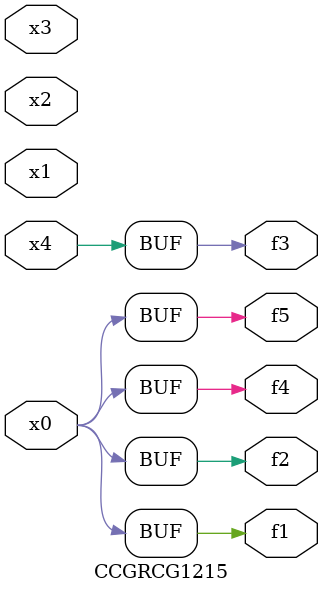
<source format=v>
module CCGRCG1215(
	input x0, x1, x2, x3, x4,
	output f1, f2, f3, f4, f5
);
	assign f1 = x0;
	assign f2 = x0;
	assign f3 = x4;
	assign f4 = x0;
	assign f5 = x0;
endmodule

</source>
